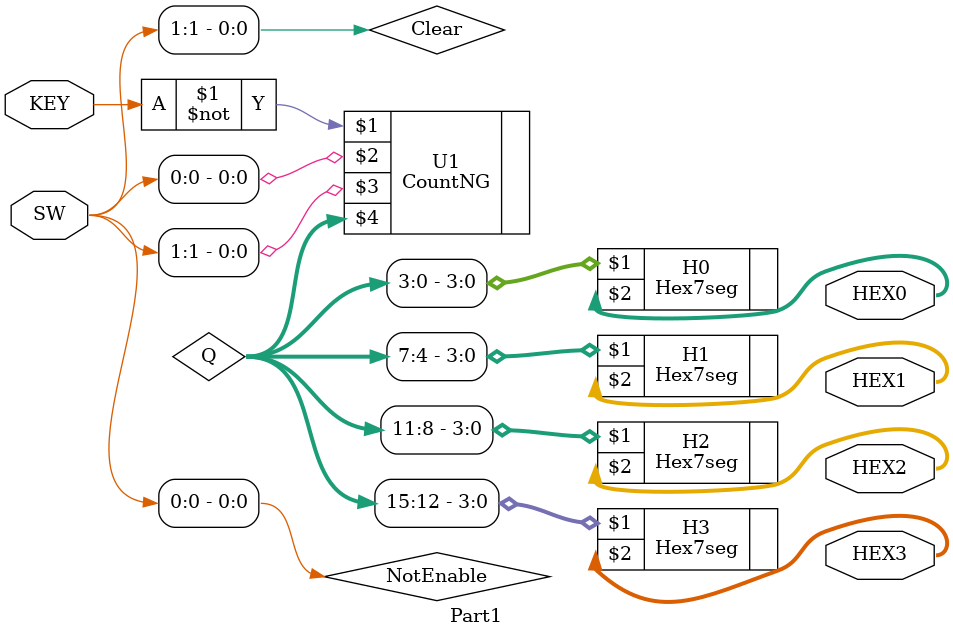
<source format=v>

module Part1( KEY, SW, HEX3, HEX2, HEX1, HEX0 );
  input  [0:0]KEY;                     // Key to activate clock
  input  [1:0]SW;                      // Toggle switches
  output [0:6]HEX0, HEX1, HEX2, HEX3;  // 7-segment displays
  
  wire [15:0]Q;
  wire NotEnable, Clear;
  assign NotEnable = SW[0];            // Enable switch
  assign Clear     = SW[1];            // Clear switch
  
  // use CountNG with N=16
  CountNG #(.N(16)) U1( ~KEY[0], NotEnable, Clear, Q );
  
  // wire up the 7-seg displays
  // Note: you will have to build your own 7-segment hex decoders (4 bits in,
  // seven segments out that display '0' through 'F').
  // 
  Hex7seg H3( Q[15:12], HEX3 );
  Hex7seg H2( Q[11:8],  HEX2 );
  Hex7seg H1( Q[7:4],   HEX1 );
  Hex7seg H0( Q[3:0],   HEX0 );

endmodule

</source>
